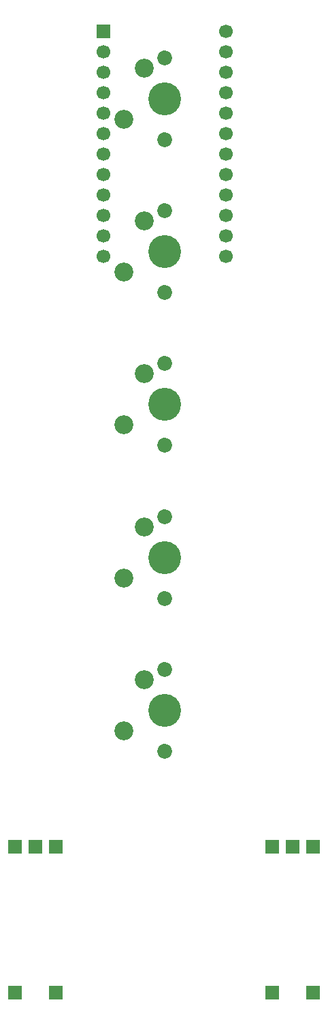
<source format=gbr>
%TF.GenerationSoftware,KiCad,Pcbnew,(5.1.6)-1*%
%TF.CreationDate,2022-03-28T18:13:33-05:00*%
%TF.ProjectId,PR-PCB,50522d50-4342-42e6-9b69-6361645f7063,rev?*%
%TF.SameCoordinates,Original*%
%TF.FileFunction,Soldermask,Top*%
%TF.FilePolarity,Negative*%
%FSLAX46Y46*%
G04 Gerber Fmt 4.6, Leading zero omitted, Abs format (unit mm)*
G04 Created by KiCad (PCBNEW (5.1.6)-1) date 2022-03-28 18:13:33*
%MOMM*%
%LPD*%
G01*
G04 APERTURE LIST*
%ADD10C,2.350000*%
%ADD11C,4.087800*%
%ADD12C,1.850000*%
%ADD13C,1.700000*%
%ADD14R,1.700000X1.700000*%
%ADD15R,1.800000X1.800000*%
G04 APERTURE END LIST*
D10*
%TO.C,MX5*%
X4770000Y-12190000D03*
D11*
X9850000Y-9650000D03*
D10*
X7310000Y-5840000D03*
D12*
X9850000Y-4570000D03*
X9850000Y-14730000D03*
%TD*%
D10*
%TO.C,MX4*%
X4770000Y-31190000D03*
D11*
X9850000Y-28650000D03*
D10*
X7310000Y-24840000D03*
D12*
X9850000Y-23570000D03*
X9850000Y-33730000D03*
%TD*%
D10*
%TO.C,MX3*%
X4770000Y-50190000D03*
D11*
X9850000Y-47650000D03*
D10*
X7310000Y-43840000D03*
D12*
X9850000Y-42570000D03*
X9850000Y-52730000D03*
%TD*%
D10*
%TO.C,MX2*%
X4770000Y-69190000D03*
D11*
X9850000Y-66650000D03*
D10*
X7310000Y-62840000D03*
D12*
X9850000Y-61570000D03*
X9850000Y-71730000D03*
%TD*%
D10*
%TO.C,MX1*%
X4770000Y-88190000D03*
D11*
X9850000Y-85650000D03*
D10*
X7310000Y-81840000D03*
D12*
X9850000Y-80570000D03*
X9850000Y-90730000D03*
%TD*%
D13*
%TO.C,U1*%
X17470000Y-1300000D03*
X17470000Y-3840000D03*
X17470000Y-6380000D03*
X17470000Y-8920000D03*
X17470000Y-11460000D03*
X17470000Y-14000000D03*
X17470000Y-16540000D03*
X17470000Y-19080000D03*
X17470000Y-21620000D03*
X17470000Y-24160000D03*
X17470000Y-26700000D03*
X17470000Y-29240000D03*
X2230000Y-29240000D03*
X2230000Y-26700000D03*
X2230000Y-24160000D03*
X2230000Y-21620000D03*
X2230000Y-19080000D03*
X2230000Y-16540000D03*
X2230000Y-14000000D03*
X2230000Y-11460000D03*
X2230000Y-8920000D03*
X2230000Y-6380000D03*
X2230000Y-3840000D03*
D14*
X2230000Y-1300000D03*
%TD*%
D15*
%TO.C,SW2*%
X-8740000Y-102550000D03*
X-3660000Y-102550000D03*
X-6200000Y-102550000D03*
X-8740000Y-120650000D03*
X-3660000Y-120650000D03*
%TD*%
%TO.C,SW1*%
X28340000Y-120650000D03*
X23260000Y-120650000D03*
X25800000Y-102550000D03*
X28340000Y-102550000D03*
X23260000Y-102550000D03*
%TD*%
M02*

</source>
